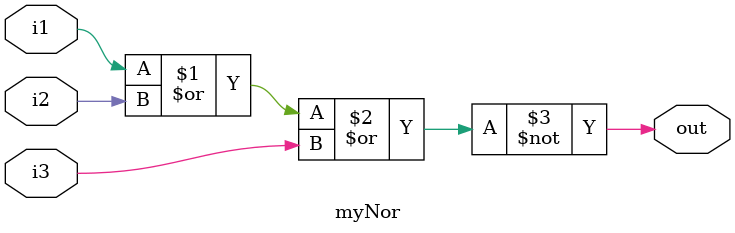
<source format=v>
`timescale 1ns / 1ps


module myNor(
    output wire out,
    input wire i1,
    input wire i2,
    input wire i3
    );
    nor(out,i1,i2,i3);
endmodule

</source>
